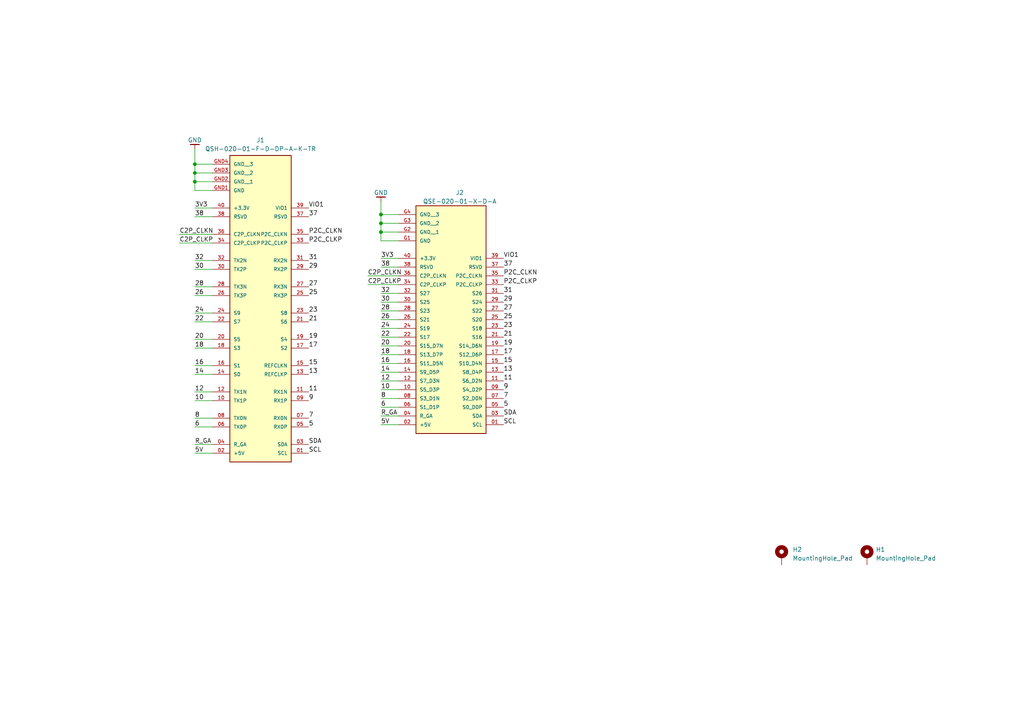
<source format=kicad_sch>
(kicad_sch (version 20230121) (generator eeschema)
  (paper "A4")
  (title_block (title "SYZYGY TXR TO STD Adapter") (rev "1") (company "Adam Critchley"))
  (lib_symbols
    (symbol "Mechanical:MountingHole_Pad" (pin_numbers hide) (pin_names (offset 1.016) hide)
      (property "Reference" "H" (at 0 6.35 0))
      (property "Value" "MountingHole_Pad" (at 0 4.445 0))
      (symbol "MountingHole_Pad_0_1"
        (circle (center 0 1.27) (radius 1.27) (stroke (width 1.27)))
      )
      (symbol "MountingHole_Pad_1_1"
        (pin input line (at 0 -2.54 90) (length 2.54) (name "1") (number "1"))
      )
    )
    (symbol "QSE-020-01-X-D-A:QSE-020-01-X-D-A" (pin_names (offset 1.016))
      (property "Reference" "J" (at -7.62 28.702 0))
      (property "Value" "QSE-020-01-X-D-A" (at -7.62 -40.64 0))
      (symbol "QSE-020-01-X-D-A_0_0"
        (rectangle (start -7.62 27.94) (end 12.7 -38.1) (stroke (width 0.254)) (fill (type background)))
        (pin power_in line (at 17.78 -27.94 180) (length 5.08) (name "GND") (number "G1"))
        (pin power_in line (at 17.78 -30.48 180) (length 5.08) (name "GND__1") (number "G2"))
        (pin power_in line (at 17.78 -33.02 180) (length 5.08) (name "GND__2") (number "G3"))
        (pin power_in line (at 17.78 -35.56 180) (length 5.08) (name "GND__3") (number "G4"))
      )
      (symbol "QSE-020-01-X-D-A_1_0"
        (pin passive line (at -12.7 25.4 0) (length 5.08) (name "SCL") (number "01"))
        (pin passive line (at 17.78 25.4 180) (length 5.08) (name "+5V") (number "02"))
        (pin passive line (at -12.7 22.86 0) (length 5.08) (name "SDA") (number "03"))
        (pin passive line (at 17.78 22.86 180) (length 5.08) (name "R_GA") (number "04"))
        (pin passive line (at -12.7 20.32 0) (length 5.08) (name "S0_D0P") (number "05"))
        (pin passive line (at 17.78 20.32 180) (length 5.08) (name "S1_D1P") (number "06"))
        (pin passive line (at -12.7 17.78 0) (length 5.08) (name "S2_D0N") (number "07"))
        (pin passive line (at 17.78 17.78 180) (length 5.08) (name "S3_D1N") (number "08"))
        (pin passive line (at -12.7 15.24 0) (length 5.08) (name "S4_D2P") (number "09"))
        (pin passive line (at 17.78 15.24 180) (length 5.08) (name "S5_D3P") (number "10"))
        (pin passive line (at -12.7 12.7 0) (length 5.08) (name "S6_D2N") (number "11"))
        (pin passive line (at 17.78 12.7 180) (length 5.08) (name "S7_D3N") (number "12"))
        (pin passive line (at -12.7 10.16 0) (length 5.08) (name "S8_D4P") (number "13"))
        (pin passive line (at 17.78 10.16 180) (length 5.08) (name "S9_D5P") (number "14"))
        (pin passive line (at -12.7 7.62 0) (length 5.08) (name "S10_D4N") (number "15"))
        (pin passive line (at 17.78 7.62 180) (length 5.08) (name "S11_D5N") (number "16"))
        (pin passive line (at -12.7 5.08 0) (length 5.08) (name "S12_D6P") (number "17"))
        (pin passive line (at 17.78 5.08 180) (length 5.08) (name "S13_D7P") (number "18"))
        (pin passive line (at -12.7 2.54 0) (length 5.08) (name "S14_D6N") (number "19"))
        (pin passive line (at 17.78 2.54 180) (length 5.08) (name "S15_D7N") (number "20"))
        (pin passive line (at -12.7 0 0) (length 5.08) (name "S16") (number "21"))
        (pin passive line (at 17.78 0 180) (length 5.08) (name "S17") (number "22"))
        (pin passive line (at -12.7 -2.54 0) (length 5.08) (name "S18") (number "23"))
        (pin passive line (at 17.78 -2.54 180) (length 5.08) (name "S19") (number "24"))
        (pin passive line (at -12.7 -5.08 0) (length 5.08) (name "S20") (number "25"))
        (pin passive line (at 17.78 -5.08 180) (length 5.08) (name "S21") (number "26"))
        (pin passive line (at -12.7 -7.62 0) (length 5.08) (name "S22") (number "27"))
        (pin passive line (at 17.78 -7.62 180) (length 5.08) (name "S23") (number "28"))
        (pin passive line (at -12.7 -10.16 0) (length 5.08) (name "S24") (number "29"))
        (pin passive line (at 17.78 -10.16 180) (length 5.08) (name "S25") (number "30"))
        (pin passive line (at -12.7 -12.7 0) (length 5.08) (name "S26") (number "31"))
        (pin passive line (at 17.78 -12.7 180) (length 5.08) (name "S27") (number "32"))
        (pin passive line (at -12.7 -15.24 0) (length 5.08) (name "P2C_CLKP") (number "33"))
        (pin passive line (at 17.78 -15.24 180) (length 5.08) (name "C2P_CLKP") (number "34"))
        (pin passive line (at -12.7 -17.78 0) (length 5.08) (name "P2C_CLKN") (number "35"))
        (pin passive line (at 17.78 -17.78 180) (length 5.08) (name "C2P_CLKN") (number "36"))
        (pin passive line (at -12.7 -20.32 0) (length 5.08) (name "RSVD") (number "37"))
        (pin passive line (at 17.78 -20.32 180) (length 5.08) (name "RSVD") (number "38"))
        (pin passive line (at -12.7 -22.86 0) (length 5.08) (name "VIO1") (number "39"))
        (pin passive line (at 17.78 -22.86 180) (length 5.08) (name "+3.3V") (number "40"))
      )
    )
    (symbol "QSH-020-01-X-D-DP:QSH-020-01-X-D-DP" (pin_names (offset 1.016))
      (property "Reference" "J" (at -7.62 41.91 0))
      (property "Value" "QSH-020-01-X-D-DP" (at -7.62 -50.8 0))
      (symbol "QSH-020-01-X-D-DP_0_0"
        (rectangle (start -8.89 40.64) (end 8.89 -48.26) (stroke (width 0.254)) (fill (type background)))
        (pin power_in line (at 13.97 -38.1 180) (length 5.08) (name "GND") (number "GND1"))
        (pin power_in line (at 13.97 -40.64 180) (length 5.08) (name "GND__1") (number "GND2"))
        (pin power_in line (at 13.97 -43.18 180) (length 5.08) (name "GND__2") (number "GND3"))
        (pin power_in line (at 13.97 -45.72 180) (length 5.08) (name "GND__3") (number "GND4"))
      )
      (symbol "QSH-020-01-X-D-DP_1_0"
        (pin passive line (at -13.97 38.1 0) (length 5.08) (name "SCL") (number "01"))
        (pin passive line (at 13.97 38.1 180) (length 5.08) (name "+5V") (number "02"))
        (pin passive line (at -13.97 35.56 0) (length 5.08) (name "SDA") (number "03"))
        (pin passive line (at 13.97 35.56 180) (length 5.08) (name "R_GA") (number "04"))
        (pin passive line (at -13.97 30.48 0) (length 5.08) (name "RX0P") (number "05"))
        (pin passive line (at 13.97 30.48 180) (length 5.08) (name "TX0P") (number "06"))
        (pin passive line (at -13.97 27.94 0) (length 5.08) (name "RX0N") (number "07"))
        (pin passive line (at 13.97 27.94 180) (length 5.08) (name "TX0N") (number "08"))
        (pin passive line (at -13.97 22.86 0) (length 5.08) (name "RX1P") (number "09"))
        (pin passive line (at 13.97 22.86 180) (length 5.08) (name "TX1P") (number "10"))
        (pin passive line (at -13.97 20.32 0) (length 5.08) (name "RX1N") (number "11"))
        (pin passive line (at 13.97 20.32 180) (length 5.08) (name "TX1N") (number "12"))
        (pin passive line (at -13.97 15.24 0) (length 5.08) (name "REFCLKP") (number "13"))
        (pin passive line (at 13.97 15.24 180) (length 5.08) (name "S0") (number "14"))
        (pin passive line (at -13.97 12.7 0) (length 5.08) (name "REFCLKN") (number "15"))
        (pin passive line (at 13.97 12.7 180) (length 5.08) (name "S1") (number "16"))
        (pin passive line (at -13.97 7.62 0) (length 5.08) (name "S2") (number "17"))
        (pin passive line (at 13.97 7.62 180) (length 5.08) (name "S3") (number "18"))
        (pin passive line (at -13.97 5.08 0) (length 5.08) (name "S4") (number "19"))
        (pin passive line (at 13.97 5.08 180) (length 5.08) (name "S5") (number "20"))
        (pin passive line (at -13.97 0 0) (length 5.08) (name "S6") (number "21"))
        (pin passive line (at 13.97 0 180) (length 5.08) (name "S7") (number "22"))
        (pin passive line (at -13.97 -2.54 0) (length 5.08) (name "S8") (number "23"))
        (pin passive line (at 13.97 -2.54 180) (length 5.08) (name "S9") (number "24"))
        (pin passive line (at -13.97 -7.62 0) (length 5.08) (name "RX3P") (number "25"))
        (pin passive line (at 13.97 -7.62 180) (length 5.08) (name "TX3P") (number "26"))
        (pin passive line (at -13.97 -10.16 0) (length 5.08) (name "RX3N") (number "27"))
        (pin passive line (at 13.97 -10.16 180) (length 5.08) (name "TX3N") (number "28"))
        (pin passive line (at -13.97 -15.24 0) (length 5.08) (name "RX2P") (number "29"))
        (pin passive line (at 13.97 -15.24 180) (length 5.08) (name "TX2P") (number "30"))
        (pin passive line (at -13.97 -17.78 0) (length 5.08) (name "RX2N") (number "31"))
        (pin passive line (at 13.97 -17.78 180) (length 5.08) (name "TX2N") (number "32"))
        (pin passive line (at -13.97 -22.86 0) (length 5.08) (name "P2C_CLKP") (number "33"))
        (pin passive line (at 13.97 -22.86 180) (length 5.08) (name "C2P_CLKP") (number "34"))
        (pin passive line (at -13.97 -25.4 0) (length 5.08) (name "P2C_CLKN") (number "35"))
        (pin passive line (at 13.97 -25.4 180) (length 5.08) (name "C2P_CLKN") (number "36"))
        (pin passive line (at -13.97 -30.48 0) (length 5.08) (name "RSVD") (number "37"))
        (pin passive line (at 13.97 -30.48 180) (length 5.08) (name "RSVD") (number "38"))
        (pin passive line (at -13.97 -33.02 0) (length 5.08) (name "VIO1") (number "39"))
        (pin passive line (at 13.97 -33.02 180) (length 5.08) (name "+3.3V") (number "40"))
      )
    )
    (symbol "gkl_power:GND" (power) (pin_names (offset 0))
      (property "Value" "GND" (at 0 -2.54 0))
      (symbol "GND_0_1"
        (polyline (pts (xy 0 -1.27) (xy 0 0)))
        (polyline (pts (xy 1.27 -1.27) (xy -1.27 -1.27)) (stroke (width 0.3048)))
      )
      (symbol "GND_1_1"
        (pin power_in line (at 0 0 270) (length 0) hide (name "GND") (number "1"))
      )
    )
  )
  (junction (at 56.515 50.165))
  (junction (at 110.49 64.77))
  (junction (at 56.515 47.625))
  (junction (at 56.515 52.705))
  (junction (at 110.49 62.23))
  (junction (at 110.49 67.31))
  (wire (pts (xy 110.49 85.09) (xy 115.57 85.09)))
  (wire (pts (xy 110.49 64.77) (xy 110.49 62.23)))
  (wire (pts (xy 110.49 95.25) (xy 115.57 95.25)))
  (wire (pts (xy 61.595 52.705) (xy 56.515 52.705)))
  (wire (pts (xy 56.515 113.665) (xy 61.595 113.665)))
  (wire (pts (xy 56.515 47.625) (xy 56.515 43.18)))
  (wire (pts (xy 61.595 50.165) (xy 56.515 50.165)))
  (wire (pts (xy 110.49 69.85) (xy 110.49 67.31)))
  (wire (pts (xy 56.515 55.245) (xy 56.515 52.705)))
  (wire (pts (xy 56.515 52.705) (xy 56.515 50.165)))
  (wire (pts (xy 56.515 108.585) (xy 61.595 108.585)))
  (wire (pts (xy 110.49 105.41) (xy 115.57 105.41)))
  (wire (pts (xy 56.515 100.965) (xy 61.595 100.965)))
  (wire (pts (xy 110.49 74.93) (xy 115.57 74.93)))
  (wire (pts (xy 110.49 97.79) (xy 115.57 97.79)))
  (wire (pts (xy 110.49 102.87) (xy 115.57 102.87)))
  (wire (pts (xy 110.49 90.17) (xy 115.57 90.17)))
  (wire (pts (xy 110.49 118.11) (xy 115.57 118.11)))
  (wire (pts (xy 61.595 47.625) (xy 56.515 47.625)))
  (wire (pts (xy 56.515 116.205) (xy 61.595 116.205)))
  (wire (pts (xy 110.49 100.33) (xy 115.57 100.33)))
  (wire (pts (xy 56.515 75.565) (xy 61.595 75.565)))
  (wire (pts (xy 56.515 98.425) (xy 61.595 98.425)))
  (wire (pts (xy 110.49 120.65) (xy 115.57 120.65)))
  (wire (pts (xy 56.515 106.045) (xy 61.595 106.045)))
  (wire (pts (xy 56.515 85.725) (xy 61.595 85.725)))
  (wire (pts (xy 56.515 128.905) (xy 61.595 128.905)))
  (wire (pts (xy 56.515 60.325) (xy 61.595 60.325)))
  (wire (pts (xy 56.515 83.185) (xy 61.595 83.185)))
  (wire (pts (xy 110.49 62.23) (xy 110.49 58.42)))
  (wire (pts (xy 115.57 62.23) (xy 110.49 62.23)))
  (wire (pts (xy 110.49 77.47) (xy 115.57 77.47)))
  (wire (pts (xy 110.49 92.71) (xy 115.57 92.71)))
  (wire (pts (xy 52.07 70.485) (xy 61.595 70.485)))
  (wire (pts (xy 110.49 115.57) (xy 115.57 115.57)))
  (wire (pts (xy 110.49 113.03) (xy 115.57 113.03)))
  (wire (pts (xy 115.57 64.77) (xy 110.49 64.77)))
  (wire (pts (xy 52.07 67.945) (xy 61.595 67.945)))
  (wire (pts (xy 106.68 82.55) (xy 115.57 82.55)))
  (wire (pts (xy 110.49 107.95) (xy 115.57 107.95)))
  (wire (pts (xy 115.57 69.85) (xy 110.49 69.85)))
  (wire (pts (xy 56.515 90.805) (xy 61.595 90.805)))
  (wire (pts (xy 110.49 110.49) (xy 115.57 110.49)))
  (wire (pts (xy 115.57 67.31) (xy 110.49 67.31)))
  (wire (pts (xy 56.515 131.445) (xy 61.595 131.445)))
  (wire (pts (xy 110.49 123.19) (xy 115.57 123.19)))
  (wire (pts (xy 56.515 123.825) (xy 61.595 123.825)))
  (wire (pts (xy 56.515 62.865) (xy 61.595 62.865)))
  (wire (pts (xy 110.49 87.63) (xy 115.57 87.63)))
  (wire (pts (xy 110.49 67.31) (xy 110.49 64.77)))
  (wire (pts (xy 56.515 78.105) (xy 61.595 78.105)))
  (wire (pts (xy 56.515 50.165) (xy 56.515 47.625)))
  (wire (pts (xy 106.68 80.01) (xy 115.57 80.01)))
  (wire (pts (xy 61.595 55.245) (xy 56.515 55.245)))
  (wire (pts (xy 56.515 121.285) (xy 61.595 121.285)))
  (wire (pts (xy 56.515 93.345) (xy 61.595 93.345)))
  (label "18" (at 56.515 100.965 0))
  (label "5V" (at 110.49 123.19 0))
  (label "24" (at 110.49 95.25 0))
  (label "P2C_CLKN" (at 146.05 80.01 0))
  (label "8" (at 110.49 115.57 0))
  (label "SCL" (at 146.05 123.19 0))
  (label "11" (at 146.05 110.49 0))
  (label "30" (at 56.515 78.105 0))
  (label "26" (at 110.49 92.71 0))
  (label "23" (at 89.535 90.805 0))
  (label "6" (at 56.515 123.825 0))
  (label "25" (at 146.05 92.71 0))
  (label "27" (at 89.535 83.185 0))
  (label "9" (at 89.535 116.205 0))
  (label "32" (at 110.49 85.09 0))
  (label "P2C_CLKP" (at 146.05 82.55 0))
  (label "22" (at 56.515 93.345 0))
  (label "13" (at 146.05 107.95 0))
  (label "29" (at 89.535 78.105 0))
  (label "8" (at 56.515 121.285 0))
  (label "3V3" (at 56.515 60.325 0))
  (label "18" (at 110.49 102.87 0))
  (label "3V3" (at 110.49 74.93 0))
  (label "17" (at 89.535 100.965 0))
  (label "28" (at 56.515 83.185 0))
  (label "SCL" (at 89.535 131.445 0))
  (label "5V" (at 56.515 131.445 0))
  (label "16" (at 110.49 105.41 0))
  (label "VIO1" (at 146.05 74.93 0))
  (label "5" (at 89.535 123.825 0))
  (label "R_GA" (at 110.49 120.65 0))
  (label "SDA" (at 89.535 128.905 0))
  (label "10" (at 56.515 116.205 0))
  (label "C2P_CLKP" (at 52.07 70.485 0))
  (label "R_GA" (at 56.515 128.905 0))
  (label "31" (at 89.535 75.565 0))
  (label "P2C_CLKN" (at 89.535 67.945 0))
  (label "VIO1" (at 89.535 60.325 0))
  (label "P2C_CLKP" (at 89.535 70.485 0))
  (label "12" (at 110.49 110.49 0))
  (label "26" (at 56.515 85.725 0))
  (label "9" (at 146.05 113.03 0))
  (label "38" (at 110.49 77.47 0))
  (label "C2P_CLKN" (at 52.07 67.945 0))
  (label "7" (at 146.05 115.57 0))
  (label "C2P_CLKN" (at 106.68 80.01 0))
  (label "19" (at 89.535 98.425 0))
  (label "11" (at 89.535 113.665 0))
  (label "37" (at 146.05 77.47 0))
  (label "15" (at 146.05 105.41 0))
  (label "17" (at 146.05 102.87 0))
  (label "C2P_CLKP" (at 106.68 82.55 0))
  (label "28" (at 110.49 90.17 0))
  (label "19" (at 146.05 100.33 0))
  (label "15" (at 89.535 106.045 0))
  (label "13" (at 89.535 108.585 0))
  (label "25" (at 89.535 85.725 0))
  (label "SDA" (at 146.05 120.65 0))
  (label "6" (at 110.49 118.11 0))
  (label "29" (at 146.05 87.63 0))
  (label "14" (at 56.515 108.585 0))
  (label "23" (at 146.05 95.25 0))
  (label "24" (at 56.515 90.805 0))
  (label "38" (at 56.515 62.865 0))
  (label "5" (at 146.05 118.11 0))
  (label "21" (at 146.05 97.79 0))
  (label "32" (at 56.515 75.565 0))
  (label "20" (at 110.49 100.33 0))
  (label "30" (at 110.49 87.63 0))
  (label "10" (at 110.49 113.03 0))
  (label "22" (at 110.49 97.79 0))
  (label "31" (at 146.05 85.09 0))
  (label "20" (at 56.515 98.425 0))
  (label "37" (at 89.535 62.865 0))
  (label "14" (at 110.49 107.95 0))
  (label "12" (at 56.515 113.665 0))
  (label "27" (at 146.05 90.17 0))
  (label "21" (at 89.535 93.345 0))
  (label "7" (at 89.535 121.285 0))
  (label "16" (at 56.515 106.045 0))
  (symbol (lib_id "Mechanical:MountingHole_Pad") (at 251.46 161.29 0) (unit 1)
    (property "Reference" "H1" (at 254 159.385 0) (effects (justify left)))
    (property "Value" "MountingHole_Pad" (at 254 161.925 0) (effects (justify left)))
    (property "Footprint" "MountingHole:MountingHole_3.2mm_M3_Pad" (effects hide))
  )
  (symbol (lib_id "gkl_power:GND") (at 110.49 58.42 180) (unit 1)
    (property "Reference" "#PWR01" (effects hide))
    (property "Value" "GND" (at 110.49 55.88 0))
  )
  (symbol (lib_id "gkl_power:GND") (at 56.515 43.18 180) (unit 1)
    (property "Reference" "#PWR02" (effects hide))
    (property "Value" "GND" (at 56.515 40.64 0))
  )
  (symbol (lib_id "QSE-020-01-X-D-A:QSE-020-01-X-D-A") (at 133.35 97.79 180) (unit 1)
    (property "Reference" "J2" (at 133.35 55.88 0))
    (property "Value" "QSE-020-01-X-D-A" (at 133.35 58.42 0))
    (property "Footprint" "SAMTEC_QSE-020-01-X-D-A" (effects hide))
    (property "PARTREV" "N" (effects hide))
    (property "STANDARD" "Manufacturer Recommendations" (effects hide))
    (property "MAXIMUM_PACKAGE_HEIGHT" "3.327 mm" (effects hide))
    (property "MANUFACTURER" "Samtec" (effects hide))
  )
  (symbol (lib_id "QSH-020-01-X-D-DP:QSH-020-01-X-D-DP") (at 75.565 93.345 180) (unit 1)
    (property "Reference" "J1" (at 75.565 40.64 0))
    (property "Value" "QSH-020-01-F-D-DP-A-K-TR" (at 75.565 43.18 0))
    (property "Footprint" "SAMTEC_QSH-020-01-X-D-DP" (effects hide))
    (property "PARTREV" "M" (effects hide))
    (property "STANDARD" "Manufacturer Recommendations" (effects hide))
    (property "MAXIMUM_PACKAGE_HEIGHT" "3.327 mm" (effects hide))
    (property "MANUFACTURER" "Samtec" (effects hide))
  )
  (symbol (lib_id "Mechanical:MountingHole_Pad") (at 226.695 161.29 0) (unit 1)
    (property "Reference" "H2" (at 229.87 159.385 0) (effects (justify left)))
    (property "Value" "MountingHole_Pad" (at 229.87 161.925 0) (effects (justify left)))
    (property "Footprint" "MountingHole:MountingHole_3.2mm_M3_Pad" (effects hide))
  )
)
</source>
